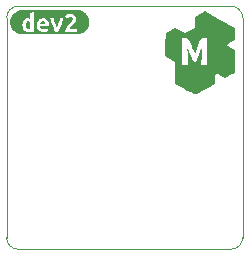
<source format=gbr>
G04 #@! TF.GenerationSoftware,KiCad,Pcbnew,6.0.10+dfsg-1~bpo11+1*
G04 #@! TF.ProjectId,project,70726f6a-6563-4742-9e6b-696361645f70,rev?*
G04 #@! TF.SameCoordinates,Original*
G04 #@! TF.FileFunction,Legend,Top*
G04 #@! TF.FilePolarity,Positive*
%FSLAX46Y46*%
G04 Gerber Fmt 4.6, Leading zero omitted, Abs format (unit mm)*
%MOMM*%
%LPD*%
G01*
G04 APERTURE LIST*
G04 #@! TA.AperFunction,Profile*
%ADD10C,0.100000*%
G04 #@! TD*
%ADD11C,2.100000*%
G04 APERTURE END LIST*
D10*
X163500000Y-107400000D02*
G75*
G03*
X162500000Y-108400000I0J-1000000D01*
G01*
X163500000Y-127985393D02*
X181500000Y-127985393D01*
X182500000Y-126992500D02*
X182500000Y-108400000D01*
X162500000Y-108400000D02*
X162500000Y-126992500D01*
X162499907Y-126992500D02*
G75*
G03*
X163500000Y-127985393I996493J3600D01*
G01*
X182500000Y-108400000D02*
G75*
G03*
X181500000Y-107400000I-1000000J0D01*
G01*
X181500000Y-127985300D02*
G75*
G03*
X182500000Y-126992500I3600J996400D01*
G01*
X181500000Y-107400000D02*
X163500000Y-107400000D01*
G36*
X176360000Y-111863475D02*
G01*
X175934038Y-111631638D01*
X175957833Y-110659771D01*
X175981629Y-109687904D01*
X176784533Y-109246712D01*
X177622999Y-109703062D01*
X178476855Y-109232068D01*
X178478787Y-108766401D01*
X178480720Y-108300735D01*
X178905371Y-108076010D01*
X179330023Y-107851286D01*
X180596172Y-108541677D01*
X181862320Y-109232068D01*
X181864141Y-109744363D01*
X181865962Y-110256659D01*
X181480596Y-110443884D01*
X181269821Y-110562168D01*
X181149479Y-110661302D01*
X181137839Y-110700052D01*
X181235499Y-110774431D01*
X181430854Y-110880129D01*
X181523205Y-110923557D01*
X181865962Y-111078119D01*
X181865250Y-112060093D01*
X181864537Y-113042068D01*
X181438027Y-113267783D01*
X181011517Y-113493499D01*
X180655573Y-113289970D01*
X180434866Y-113170509D01*
X180275957Y-113096768D01*
X180236129Y-113085421D01*
X180200509Y-113161204D01*
X180177093Y-113356957D01*
X180171794Y-113528901D01*
X180170960Y-113973401D01*
X179388628Y-114396735D01*
X179051536Y-114574117D01*
X178761023Y-114717756D01*
X178554478Y-114809686D01*
X178479295Y-114833715D01*
X178356131Y-114799904D01*
X178123526Y-114697820D01*
X177818256Y-114544599D01*
X177570793Y-114410381D01*
X176789292Y-113973401D01*
X176786515Y-112407068D01*
X177378629Y-112407068D01*
X177904605Y-112407068D01*
X177843828Y-111623901D01*
X177822828Y-111291067D01*
X177816306Y-111039829D01*
X177824621Y-110904101D01*
X177836051Y-110891335D01*
X177887373Y-110991371D01*
X177973138Y-111207730D01*
X178075706Y-111495612D01*
X178086116Y-111526335D01*
X178225886Y-111889880D01*
X178349648Y-112087915D01*
X178466232Y-112122433D01*
X178584470Y-111995426D01*
X178713194Y-111708885D01*
X178727202Y-111670933D01*
X178869101Y-111290207D01*
X178963883Y-111068885D01*
X179018378Y-111005858D01*
X179039415Y-111100019D01*
X179033824Y-111350262D01*
X179017315Y-111623901D01*
X178965454Y-112407068D01*
X179495295Y-112407068D01*
X179495295Y-110121068D01*
X179213868Y-110121068D01*
X179071422Y-110128145D01*
X178974169Y-110171534D01*
X178897076Y-110284472D01*
X178815109Y-110500196D01*
X178731655Y-110761297D01*
X178630317Y-111066541D01*
X178541307Y-111302920D01*
X178480621Y-111428758D01*
X178471970Y-111437928D01*
X178419776Y-111380893D01*
X178331158Y-111197378D01*
X178222013Y-110921951D01*
X178177529Y-110797699D01*
X178060213Y-110469059D01*
X177972965Y-110268924D01*
X177891442Y-110165447D01*
X177791298Y-110126780D01*
X177660308Y-110121068D01*
X177378629Y-110121068D01*
X177378629Y-112407068D01*
X176786515Y-112407068D01*
X176785962Y-112095313D01*
X176360000Y-111863475D01*
G37*
G36*
X164435500Y-108678206D02*
G01*
X164511700Y-108710353D01*
X164511700Y-109319953D01*
X164447406Y-109327097D01*
X164380731Y-109329478D01*
X164273873Y-109305666D01*
X164200947Y-109234228D01*
X164158977Y-109125286D01*
X164144987Y-108988959D01*
X164156894Y-108850252D01*
X164192612Y-108748453D01*
X164254525Y-108685945D01*
X164345012Y-108665109D01*
X164435500Y-108678206D01*
G37*
G36*
X163745408Y-109775331D02*
G01*
X163644663Y-109760387D01*
X163545867Y-109735640D01*
X163449973Y-109701328D01*
X163357904Y-109657783D01*
X163270546Y-109605423D01*
X163188742Y-109544752D01*
X163113278Y-109476355D01*
X163044881Y-109400891D01*
X162984210Y-109319086D01*
X162931850Y-109231729D01*
X162888305Y-109139660D01*
X162853993Y-109043766D01*
X162843844Y-109003247D01*
X163847331Y-109003247D01*
X163862280Y-109169934D01*
X163907127Y-109311222D01*
X163981872Y-109427109D01*
X164085721Y-109513099D01*
X164217880Y-109564693D01*
X164378350Y-109581891D01*
X164491459Y-109577723D01*
X164606950Y-109565222D01*
X164714702Y-109546172D01*
X164804594Y-109522359D01*
X164804594Y-109005628D01*
X165045100Y-109005628D01*
X165055816Y-109139573D01*
X165087962Y-109255659D01*
X165140052Y-109354184D01*
X165210597Y-109435444D01*
X165298703Y-109499142D01*
X165403478Y-109544981D01*
X165524029Y-109572663D01*
X165659462Y-109581891D01*
X165852344Y-109564031D01*
X166014269Y-109519978D01*
X165973787Y-109269947D01*
X165839247Y-109308047D01*
X165671369Y-109327097D01*
X165541591Y-109311321D01*
X165438006Y-109263994D01*
X165370141Y-109189282D01*
X165347519Y-109091353D01*
X166073800Y-109091353D01*
X166077372Y-109041347D01*
X166078562Y-108981816D01*
X166064275Y-108809440D01*
X166021412Y-108666961D01*
X165949975Y-108554381D01*
X165851021Y-108473022D01*
X165757216Y-108436509D01*
X166195244Y-108436509D01*
X166245920Y-108602229D01*
X166297935Y-108761252D01*
X166351290Y-108913578D01*
X166405984Y-109059206D01*
X166479406Y-109240843D01*
X166552034Y-109406340D01*
X166623869Y-109555697D01*
X166869137Y-109555697D01*
X166942162Y-109406340D01*
X167018362Y-109240843D01*
X167097737Y-109059206D01*
X167157120Y-108913578D01*
X167213823Y-108761252D01*
X167267848Y-108602229D01*
X167319194Y-108436509D01*
X167021537Y-108436509D01*
X166996832Y-108529973D01*
X166965578Y-108629391D01*
X166930455Y-108732082D01*
X166894141Y-108835369D01*
X166856934Y-108937465D01*
X166819131Y-109036584D01*
X166750075Y-109215178D01*
X166684591Y-109036584D01*
X166650360Y-108937465D01*
X166616725Y-108835369D01*
X166584280Y-108732082D01*
X166553622Y-108629391D01*
X166525940Y-108529973D01*
X166502425Y-108436509D01*
X166195244Y-108436509D01*
X165757216Y-108436509D01*
X165725608Y-108424206D01*
X165573737Y-108407934D01*
X165474916Y-108417459D01*
X165378475Y-108446034D01*
X165288583Y-108493362D01*
X165209406Y-108559144D01*
X165142731Y-108643380D01*
X165090344Y-108746072D01*
X165056411Y-108866920D01*
X165045100Y-109005628D01*
X164804594Y-109005628D01*
X164804594Y-108243628D01*
X167454925Y-108243628D01*
X167600181Y-108448416D01*
X167750200Y-108336497D01*
X167895456Y-108303159D01*
X168033569Y-108351975D01*
X168088337Y-108491278D01*
X168044284Y-108617484D01*
X167932366Y-108746072D01*
X167862119Y-108814235D01*
X167787109Y-108885375D01*
X167712100Y-108960980D01*
X167641853Y-109042537D01*
X167579941Y-109130941D01*
X167529934Y-109227084D01*
X167496895Y-109331859D01*
X167485881Y-109446159D01*
X167484691Y-109496166D01*
X167490644Y-109555697D01*
X168452669Y-109555697D01*
X168452669Y-109312809D01*
X167819256Y-109312809D01*
X167844259Y-109234228D01*
X167904981Y-109149694D01*
X167981181Y-109068731D01*
X168052619Y-109000866D01*
X168174062Y-108881803D01*
X168281219Y-108753216D01*
X168357419Y-108616294D01*
X168385994Y-108469847D01*
X168347894Y-108285300D01*
X168245500Y-108153141D01*
X168097862Y-108074559D01*
X167924031Y-108048366D01*
X167799909Y-108060272D01*
X167675191Y-108095991D01*
X167557616Y-108156712D01*
X167454925Y-108243628D01*
X164804594Y-108243628D01*
X164804594Y-107903109D01*
X164511700Y-107953116D01*
X164511700Y-108462703D01*
X164411687Y-108425794D01*
X164295006Y-108412697D01*
X164159407Y-108430292D01*
X164047885Y-108483076D01*
X163960441Y-108571050D01*
X163897602Y-108689451D01*
X163859899Y-108833517D01*
X163847331Y-109003247D01*
X162843844Y-109003247D01*
X162829246Y-108944970D01*
X162814302Y-108844225D01*
X162809305Y-108742500D01*
X162814302Y-108640775D01*
X162829246Y-108540030D01*
X162853993Y-108441234D01*
X162888305Y-108345340D01*
X162931850Y-108253271D01*
X162984210Y-108165914D01*
X163044881Y-108084109D01*
X163113278Y-108008645D01*
X163188742Y-107940248D01*
X163270546Y-107879577D01*
X163357904Y-107827217D01*
X163449973Y-107783672D01*
X163545867Y-107749360D01*
X163644663Y-107724613D01*
X163745408Y-107709669D01*
X163847133Y-107704672D01*
X168452867Y-107704672D01*
X168554592Y-107709669D01*
X168655337Y-107724613D01*
X168754133Y-107749360D01*
X168850027Y-107783672D01*
X168942096Y-107827217D01*
X169029454Y-107879577D01*
X169111258Y-107940248D01*
X169186722Y-108008645D01*
X169255119Y-108084109D01*
X169315790Y-108165914D01*
X169368150Y-108253271D01*
X169411695Y-108345340D01*
X169446007Y-108441234D01*
X169470754Y-108540030D01*
X169485698Y-108640775D01*
X169490695Y-108742500D01*
X169485698Y-108844225D01*
X169470754Y-108944970D01*
X169446007Y-109043766D01*
X169411695Y-109139660D01*
X169368150Y-109231729D01*
X169315790Y-109319086D01*
X169255119Y-109400891D01*
X169186722Y-109476355D01*
X169111258Y-109544752D01*
X169029454Y-109605423D01*
X168942096Y-109657783D01*
X168850027Y-109701328D01*
X168754133Y-109735640D01*
X168655337Y-109760387D01*
X168554592Y-109775331D01*
X168452867Y-109780328D01*
X163847133Y-109780328D01*
X163745408Y-109775331D01*
G37*
G36*
X165678512Y-108673444D02*
G01*
X165745187Y-108727022D01*
X165783287Y-108802031D01*
X165795194Y-108888947D01*
X165347519Y-108888947D01*
X165367759Y-108800841D01*
X165410622Y-108724641D01*
X165479678Y-108672253D01*
X165578500Y-108653203D01*
X165678512Y-108673444D01*
G37*
%LPC*%
D11*
X166500000Y-111692500D03*
M02*

</source>
